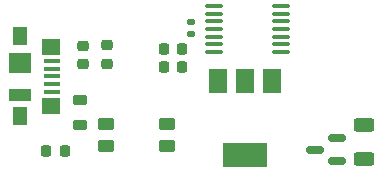
<source format=gbr>
%TF.GenerationSoftware,KiCad,Pcbnew,(6.0.1)*%
%TF.CreationDate,2022-02-12T15:33:55+03:30*%
%TF.ProjectId,led,6c65642e-6b69-4636-9164-5f7063625858,rev?*%
%TF.SameCoordinates,Original*%
%TF.FileFunction,Paste,Top*%
%TF.FilePolarity,Positive*%
%FSLAX46Y46*%
G04 Gerber Fmt 4.6, Leading zero omitted, Abs format (unit mm)*
G04 Created by KiCad (PCBNEW (6.0.1)) date 2022-02-12 15:33:55*
%MOMM*%
%LPD*%
G01*
G04 APERTURE LIST*
G04 Aperture macros list*
%AMRoundRect*
0 Rectangle with rounded corners*
0 $1 Rounding radius*
0 $2 $3 $4 $5 $6 $7 $8 $9 X,Y pos of 4 corners*
0 Add a 4 corners polygon primitive as box body*
4,1,4,$2,$3,$4,$5,$6,$7,$8,$9,$2,$3,0*
0 Add four circle primitives for the rounded corners*
1,1,$1+$1,$2,$3*
1,1,$1+$1,$4,$5*
1,1,$1+$1,$6,$7*
1,1,$1+$1,$8,$9*
0 Add four rect primitives between the rounded corners*
20,1,$1+$1,$2,$3,$4,$5,0*
20,1,$1+$1,$4,$5,$6,$7,0*
20,1,$1+$1,$6,$7,$8,$9,0*
20,1,$1+$1,$8,$9,$2,$3,0*%
G04 Aperture macros list end*
%ADD10R,1.500000X2.000000*%
%ADD11R,3.800000X2.000000*%
%ADD12RoundRect,0.225000X-0.250000X0.225000X-0.250000X-0.225000X0.250000X-0.225000X0.250000X0.225000X0*%
%ADD13RoundRect,0.225000X0.225000X0.250000X-0.225000X0.250000X-0.225000X-0.250000X0.225000X-0.250000X0*%
%ADD14RoundRect,0.100000X-0.637500X-0.100000X0.637500X-0.100000X0.637500X0.100000X-0.637500X0.100000X0*%
%ADD15RoundRect,0.250000X-0.625000X0.312500X-0.625000X-0.312500X0.625000X-0.312500X0.625000X0.312500X0*%
%ADD16RoundRect,0.250000X0.450000X-0.262500X0.450000X0.262500X-0.450000X0.262500X-0.450000X-0.262500X0*%
%ADD17RoundRect,0.135000X-0.185000X0.135000X-0.185000X-0.135000X0.185000X-0.135000X0.185000X0.135000X0*%
%ADD18RoundRect,0.150000X0.587500X0.150000X-0.587500X0.150000X-0.587500X-0.150000X0.587500X-0.150000X0*%
%ADD19R,1.380000X0.450000*%
%ADD20R,1.900000X1.800000*%
%ADD21R,1.300000X1.650000*%
%ADD22R,1.550000X1.425000*%
%ADD23R,1.900000X1.000000*%
%ADD24RoundRect,0.218750X-0.381250X0.218750X-0.381250X-0.218750X0.381250X-0.218750X0.381250X0.218750X0*%
%ADD25RoundRect,0.225000X-0.225000X-0.250000X0.225000X-0.250000X0.225000X0.250000X-0.225000X0.250000X0*%
G04 APERTURE END LIST*
D10*
%TO.C,U2*%
X115355400Y-105790600D03*
D11*
X113055400Y-112090600D03*
D10*
X113055400Y-105790600D03*
X110755400Y-105790600D03*
%TD*%
D12*
%TO.C,C3*%
X99314000Y-102857000D03*
X99314000Y-104407000D03*
%TD*%
D13*
%TO.C,C4*%
X96253000Y-111760000D03*
X97803000Y-111760000D03*
%TD*%
D14*
%TO.C,U1*%
X116146500Y-99472200D03*
X116146500Y-100122200D03*
X116146500Y-100772200D03*
X116146500Y-101422200D03*
X116146500Y-102072200D03*
X116146500Y-102722200D03*
X116146500Y-103372200D03*
X110421500Y-103372200D03*
X110421500Y-102722200D03*
X110421500Y-102072200D03*
X110421500Y-101422200D03*
X110421500Y-100772200D03*
X110421500Y-100122200D03*
X110421500Y-99472200D03*
%TD*%
D15*
%TO.C,R4*%
X123139200Y-112435100D03*
X123139200Y-109510100D03*
%TD*%
D16*
%TO.C,R3*%
X106476800Y-111300900D03*
X106476800Y-109475900D03*
%TD*%
%TO.C,R2*%
X101295200Y-111300900D03*
X101295200Y-109475900D03*
%TD*%
D17*
%TO.C,R1*%
X108458000Y-101856000D03*
X108458000Y-100836000D03*
%TD*%
D18*
%TO.C,Q1*%
X120876300Y-112583000D03*
X120876300Y-110683000D03*
X119001300Y-111633000D03*
%TD*%
D19*
%TO.C,J1*%
X96710000Y-104110000D03*
X96710000Y-104760000D03*
X96710000Y-105410000D03*
X96710000Y-106060000D03*
X96710000Y-106710000D03*
D20*
X94050000Y-104260000D03*
D21*
X94050000Y-108785000D03*
X94050000Y-102035000D03*
D22*
X96625000Y-102922500D03*
D23*
X94050000Y-106960000D03*
D22*
X96625000Y-107897500D03*
%TD*%
D24*
%TO.C,FB1*%
X99060000Y-107395500D03*
X99060000Y-109520500D03*
%TD*%
D12*
%TO.C,C5*%
X101346000Y-102806200D03*
X101346000Y-104356200D03*
%TD*%
D25*
%TO.C,C2*%
X106209800Y-103124000D03*
X107759800Y-103124000D03*
%TD*%
%TO.C,C1*%
X106209800Y-104648000D03*
X107759800Y-104648000D03*
%TD*%
M02*

</source>
